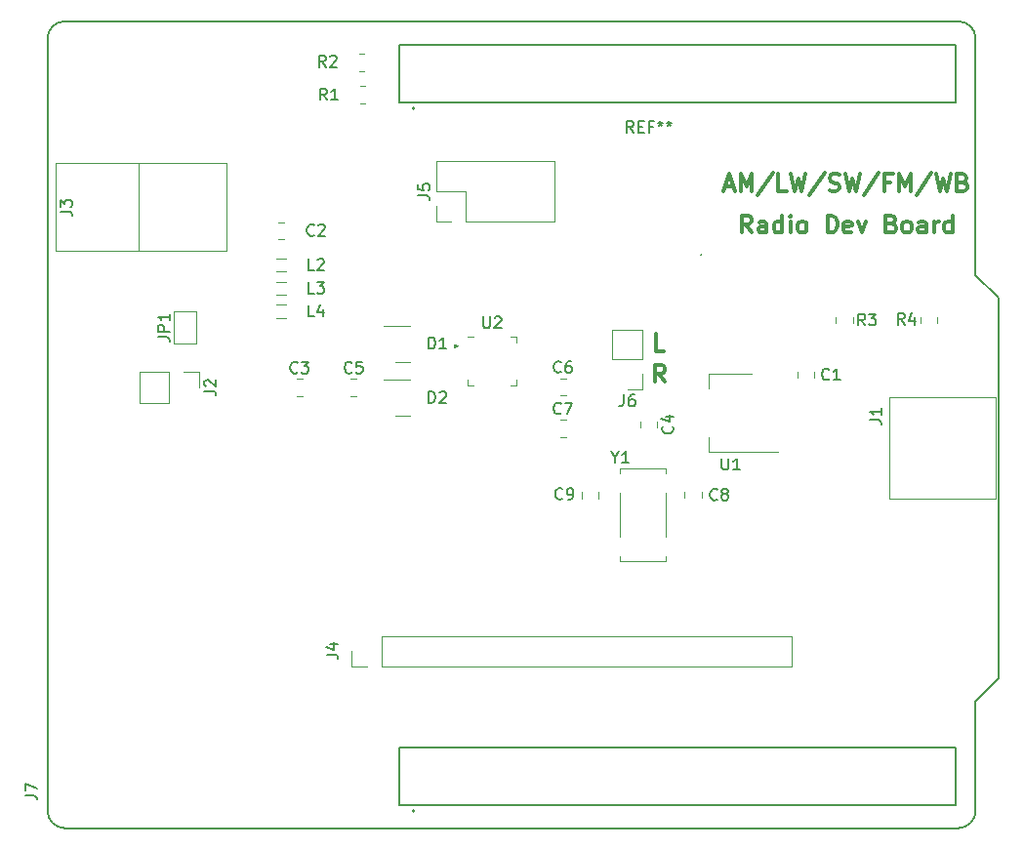
<source format=gbr>
%TF.GenerationSoftware,KiCad,Pcbnew,(6.0.4)*%
%TF.CreationDate,2022-11-04T05:35:43-04:00*%
%TF.ProjectId,SI4743 Breakout,53493437-3433-4204-9272-65616b6f7574,rev?*%
%TF.SameCoordinates,Original*%
%TF.FileFunction,Legend,Top*%
%TF.FilePolarity,Positive*%
%FSLAX46Y46*%
G04 Gerber Fmt 4.6, Leading zero omitted, Abs format (unit mm)*
G04 Created by KiCad (PCBNEW (6.0.4)) date 2022-11-04 05:35:43*
%MOMM*%
%LPD*%
G01*
G04 APERTURE LIST*
%ADD10C,0.300000*%
%ADD11C,0.150000*%
%ADD12C,0.120000*%
%ADD13C,0.127000*%
%ADD14C,0.200000*%
%ADD15C,0.010000*%
G04 APERTURE END LIST*
D10*
X155814285Y-66178571D02*
X155314285Y-65464285D01*
X154957142Y-66178571D02*
X154957142Y-64678571D01*
X155528571Y-64678571D01*
X155671428Y-64750000D01*
X155742857Y-64821428D01*
X155814285Y-64964285D01*
X155814285Y-65178571D01*
X155742857Y-65321428D01*
X155671428Y-65392857D01*
X155528571Y-65464285D01*
X154957142Y-65464285D01*
X157100000Y-66178571D02*
X157100000Y-65392857D01*
X157028571Y-65250000D01*
X156885714Y-65178571D01*
X156600000Y-65178571D01*
X156457142Y-65250000D01*
X157100000Y-66107142D02*
X156957142Y-66178571D01*
X156600000Y-66178571D01*
X156457142Y-66107142D01*
X156385714Y-65964285D01*
X156385714Y-65821428D01*
X156457142Y-65678571D01*
X156600000Y-65607142D01*
X156957142Y-65607142D01*
X157100000Y-65535714D01*
X158457142Y-66178571D02*
X158457142Y-64678571D01*
X158457142Y-66107142D02*
X158314285Y-66178571D01*
X158028571Y-66178571D01*
X157885714Y-66107142D01*
X157814285Y-66035714D01*
X157742857Y-65892857D01*
X157742857Y-65464285D01*
X157814285Y-65321428D01*
X157885714Y-65250000D01*
X158028571Y-65178571D01*
X158314285Y-65178571D01*
X158457142Y-65250000D01*
X159171428Y-66178571D02*
X159171428Y-65178571D01*
X159171428Y-64678571D02*
X159100000Y-64750000D01*
X159171428Y-64821428D01*
X159242857Y-64750000D01*
X159171428Y-64678571D01*
X159171428Y-64821428D01*
X160100000Y-66178571D02*
X159957142Y-66107142D01*
X159885714Y-66035714D01*
X159814285Y-65892857D01*
X159814285Y-65464285D01*
X159885714Y-65321428D01*
X159957142Y-65250000D01*
X160100000Y-65178571D01*
X160314285Y-65178571D01*
X160457142Y-65250000D01*
X160528571Y-65321428D01*
X160600000Y-65464285D01*
X160600000Y-65892857D01*
X160528571Y-66035714D01*
X160457142Y-66107142D01*
X160314285Y-66178571D01*
X160100000Y-66178571D01*
X162385714Y-66178571D02*
X162385714Y-64678571D01*
X162742857Y-64678571D01*
X162957142Y-64750000D01*
X163100000Y-64892857D01*
X163171428Y-65035714D01*
X163242857Y-65321428D01*
X163242857Y-65535714D01*
X163171428Y-65821428D01*
X163100000Y-65964285D01*
X162957142Y-66107142D01*
X162742857Y-66178571D01*
X162385714Y-66178571D01*
X164457142Y-66107142D02*
X164314285Y-66178571D01*
X164028571Y-66178571D01*
X163885714Y-66107142D01*
X163814285Y-65964285D01*
X163814285Y-65392857D01*
X163885714Y-65250000D01*
X164028571Y-65178571D01*
X164314285Y-65178571D01*
X164457142Y-65250000D01*
X164528571Y-65392857D01*
X164528571Y-65535714D01*
X163814285Y-65678571D01*
X165028571Y-65178571D02*
X165385714Y-66178571D01*
X165742857Y-65178571D01*
X167957142Y-65392857D02*
X168171428Y-65464285D01*
X168242857Y-65535714D01*
X168314285Y-65678571D01*
X168314285Y-65892857D01*
X168242857Y-66035714D01*
X168171428Y-66107142D01*
X168028571Y-66178571D01*
X167457142Y-66178571D01*
X167457142Y-64678571D01*
X167957142Y-64678571D01*
X168100000Y-64750000D01*
X168171428Y-64821428D01*
X168242857Y-64964285D01*
X168242857Y-65107142D01*
X168171428Y-65250000D01*
X168100000Y-65321428D01*
X167957142Y-65392857D01*
X167457142Y-65392857D01*
X169171428Y-66178571D02*
X169028571Y-66107142D01*
X168957142Y-66035714D01*
X168885714Y-65892857D01*
X168885714Y-65464285D01*
X168957142Y-65321428D01*
X169028571Y-65250000D01*
X169171428Y-65178571D01*
X169385714Y-65178571D01*
X169528571Y-65250000D01*
X169600000Y-65321428D01*
X169671428Y-65464285D01*
X169671428Y-65892857D01*
X169600000Y-66035714D01*
X169528571Y-66107142D01*
X169385714Y-66178571D01*
X169171428Y-66178571D01*
X170957142Y-66178571D02*
X170957142Y-65392857D01*
X170885714Y-65250000D01*
X170742857Y-65178571D01*
X170457142Y-65178571D01*
X170314285Y-65250000D01*
X170957142Y-66107142D02*
X170814285Y-66178571D01*
X170457142Y-66178571D01*
X170314285Y-66107142D01*
X170242857Y-65964285D01*
X170242857Y-65821428D01*
X170314285Y-65678571D01*
X170457142Y-65607142D01*
X170814285Y-65607142D01*
X170957142Y-65535714D01*
X171671428Y-66178571D02*
X171671428Y-65178571D01*
X171671428Y-65464285D02*
X171742857Y-65321428D01*
X171814285Y-65250000D01*
X171957142Y-65178571D01*
X172100000Y-65178571D01*
X173242857Y-66178571D02*
X173242857Y-64678571D01*
X173242857Y-66107142D02*
X173100000Y-66178571D01*
X172814285Y-66178571D01*
X172671428Y-66107142D01*
X172600000Y-66035714D01*
X172528571Y-65892857D01*
X172528571Y-65464285D01*
X172600000Y-65321428D01*
X172671428Y-65250000D01*
X172814285Y-65178571D01*
X173100000Y-65178571D01*
X173242857Y-65250000D01*
X153500000Y-62150000D02*
X154214285Y-62150000D01*
X153357142Y-62578571D02*
X153857142Y-61078571D01*
X154357142Y-62578571D01*
X154857142Y-62578571D02*
X154857142Y-61078571D01*
X155357142Y-62150000D01*
X155857142Y-61078571D01*
X155857142Y-62578571D01*
X157642857Y-61007142D02*
X156357142Y-62935714D01*
X158857142Y-62578571D02*
X158142857Y-62578571D01*
X158142857Y-61078571D01*
X159214285Y-61078571D02*
X159571428Y-62578571D01*
X159857142Y-61507142D01*
X160142857Y-62578571D01*
X160500000Y-61078571D01*
X162142857Y-61007142D02*
X160857142Y-62935714D01*
X162571428Y-62507142D02*
X162785714Y-62578571D01*
X163142857Y-62578571D01*
X163285714Y-62507142D01*
X163357142Y-62435714D01*
X163428571Y-62292857D01*
X163428571Y-62150000D01*
X163357142Y-62007142D01*
X163285714Y-61935714D01*
X163142857Y-61864285D01*
X162857142Y-61792857D01*
X162714285Y-61721428D01*
X162642857Y-61650000D01*
X162571428Y-61507142D01*
X162571428Y-61364285D01*
X162642857Y-61221428D01*
X162714285Y-61150000D01*
X162857142Y-61078571D01*
X163214285Y-61078571D01*
X163428571Y-61150000D01*
X163928571Y-61078571D02*
X164285714Y-62578571D01*
X164571428Y-61507142D01*
X164857142Y-62578571D01*
X165214285Y-61078571D01*
X166857142Y-61007142D02*
X165571428Y-62935714D01*
X167857142Y-61792857D02*
X167357142Y-61792857D01*
X167357142Y-62578571D02*
X167357142Y-61078571D01*
X168071428Y-61078571D01*
X168642857Y-62578571D02*
X168642857Y-61078571D01*
X169142857Y-62150000D01*
X169642857Y-61078571D01*
X169642857Y-62578571D01*
X171428571Y-61007142D02*
X170142857Y-62935714D01*
X171785714Y-61078571D02*
X172142857Y-62578571D01*
X172428571Y-61507142D01*
X172714285Y-62578571D01*
X173071428Y-61078571D01*
X174142857Y-61792857D02*
X174357142Y-61864285D01*
X174428571Y-61935714D01*
X174499999Y-62078571D01*
X174499999Y-62292857D01*
X174428571Y-62435714D01*
X174357142Y-62507142D01*
X174214285Y-62578571D01*
X173642857Y-62578571D01*
X173642857Y-61078571D01*
X174142857Y-61078571D01*
X174285714Y-61150000D01*
X174357142Y-61221428D01*
X174428571Y-61364285D01*
X174428571Y-61507142D01*
X174357142Y-61650000D01*
X174285714Y-61721428D01*
X174142857Y-61792857D01*
X173642857Y-61792857D01*
X148314285Y-79128571D02*
X147814285Y-78414285D01*
X147457142Y-79128571D02*
X147457142Y-77628571D01*
X148028571Y-77628571D01*
X148171428Y-77700000D01*
X148242857Y-77771428D01*
X148314285Y-77914285D01*
X148314285Y-78128571D01*
X148242857Y-78271428D01*
X148171428Y-78342857D01*
X148028571Y-78414285D01*
X147457142Y-78414285D01*
X148214285Y-76478571D02*
X147500000Y-76478571D01*
X147500000Y-74978571D01*
D11*
%TO.C,JP1*%
X104332380Y-75218333D02*
X105046666Y-75218333D01*
X105189523Y-75265952D01*
X105284761Y-75361190D01*
X105332380Y-75504047D01*
X105332380Y-75599285D01*
X105332380Y-74742142D02*
X104332380Y-74742142D01*
X104332380Y-74361190D01*
X104380000Y-74265952D01*
X104427619Y-74218333D01*
X104522857Y-74170714D01*
X104665714Y-74170714D01*
X104760952Y-74218333D01*
X104808571Y-74265952D01*
X104856190Y-74361190D01*
X104856190Y-74742142D01*
X105332380Y-73218333D02*
X105332380Y-73789761D01*
X105332380Y-73504047D02*
X104332380Y-73504047D01*
X104475238Y-73599285D01*
X104570476Y-73694523D01*
X104618095Y-73789761D01*
%TO.C,D1*%
X127811904Y-76252380D02*
X127811904Y-75252380D01*
X128050000Y-75252380D01*
X128192857Y-75300000D01*
X128288095Y-75395238D01*
X128335714Y-75490476D01*
X128383333Y-75680952D01*
X128383333Y-75823809D01*
X128335714Y-76014285D01*
X128288095Y-76109523D01*
X128192857Y-76204761D01*
X128050000Y-76252380D01*
X127811904Y-76252380D01*
X129335714Y-76252380D02*
X128764285Y-76252380D01*
X129050000Y-76252380D02*
X129050000Y-75252380D01*
X128954761Y-75395238D01*
X128859523Y-75490476D01*
X128764285Y-75538095D01*
%TO.C,D2*%
X127811904Y-80952380D02*
X127811904Y-79952380D01*
X128050000Y-79952380D01*
X128192857Y-80000000D01*
X128288095Y-80095238D01*
X128335714Y-80190476D01*
X128383333Y-80380952D01*
X128383333Y-80523809D01*
X128335714Y-80714285D01*
X128288095Y-80809523D01*
X128192857Y-80904761D01*
X128050000Y-80952380D01*
X127811904Y-80952380D01*
X128764285Y-80047619D02*
X128811904Y-80000000D01*
X128907142Y-79952380D01*
X129145238Y-79952380D01*
X129240476Y-80000000D01*
X129288095Y-80047619D01*
X129335714Y-80142857D01*
X129335714Y-80238095D01*
X129288095Y-80380952D01*
X128716666Y-80952380D01*
X129335714Y-80952380D01*
%TO.C,R3*%
X165653333Y-74212380D02*
X165320000Y-73736190D01*
X165081904Y-74212380D02*
X165081904Y-73212380D01*
X165462857Y-73212380D01*
X165558095Y-73260000D01*
X165605714Y-73307619D01*
X165653333Y-73402857D01*
X165653333Y-73545714D01*
X165605714Y-73640952D01*
X165558095Y-73688571D01*
X165462857Y-73736190D01*
X165081904Y-73736190D01*
X165986666Y-73212380D02*
X166605714Y-73212380D01*
X166272380Y-73593333D01*
X166415238Y-73593333D01*
X166510476Y-73640952D01*
X166558095Y-73688571D01*
X166605714Y-73783809D01*
X166605714Y-74021904D01*
X166558095Y-74117142D01*
X166510476Y-74164761D01*
X166415238Y-74212380D01*
X166129523Y-74212380D01*
X166034285Y-74164761D01*
X165986666Y-74117142D01*
%TO.C,C1*%
X162533333Y-78857142D02*
X162485714Y-78904761D01*
X162342857Y-78952380D01*
X162247619Y-78952380D01*
X162104761Y-78904761D01*
X162009523Y-78809523D01*
X161961904Y-78714285D01*
X161914285Y-78523809D01*
X161914285Y-78380952D01*
X161961904Y-78190476D01*
X162009523Y-78095238D01*
X162104761Y-78000000D01*
X162247619Y-77952380D01*
X162342857Y-77952380D01*
X162485714Y-78000000D01*
X162533333Y-78047619D01*
X163485714Y-78952380D02*
X162914285Y-78952380D01*
X163200000Y-78952380D02*
X163200000Y-77952380D01*
X163104761Y-78095238D01*
X163009523Y-78190476D01*
X162914285Y-78238095D01*
%TO.C,J7*%
X92817380Y-114988333D02*
X93531666Y-114988333D01*
X93674523Y-115035952D01*
X93769761Y-115131190D01*
X93817380Y-115274047D01*
X93817380Y-115369285D01*
X92817380Y-114607380D02*
X92817380Y-113940714D01*
X93817380Y-114369285D01*
%TO.C,J2*%
X108357380Y-79933333D02*
X109071666Y-79933333D01*
X109214523Y-79980952D01*
X109309761Y-80076190D01*
X109357380Y-80219047D01*
X109357380Y-80314285D01*
X108452619Y-79504761D02*
X108405000Y-79457142D01*
X108357380Y-79361904D01*
X108357380Y-79123809D01*
X108405000Y-79028571D01*
X108452619Y-78980952D01*
X108547857Y-78933333D01*
X108643095Y-78933333D01*
X108785952Y-78980952D01*
X109357380Y-79552380D01*
X109357380Y-78933333D01*
%TO.C,J1*%
X166082380Y-82413333D02*
X166796666Y-82413333D01*
X166939523Y-82460952D01*
X167034761Y-82556190D01*
X167082380Y-82699047D01*
X167082380Y-82794285D01*
X167082380Y-81413333D02*
X167082380Y-81984761D01*
X167082380Y-81699047D02*
X166082380Y-81699047D01*
X166225238Y-81794285D01*
X166320476Y-81889523D01*
X166368095Y-81984761D01*
%TO.C,U1*%
X153238095Y-85752380D02*
X153238095Y-86561904D01*
X153285714Y-86657142D01*
X153333333Y-86704761D01*
X153428571Y-86752380D01*
X153619047Y-86752380D01*
X153714285Y-86704761D01*
X153761904Y-86657142D01*
X153809523Y-86561904D01*
X153809523Y-85752380D01*
X154809523Y-86752380D02*
X154238095Y-86752380D01*
X154523809Y-86752380D02*
X154523809Y-85752380D01*
X154428571Y-85895238D01*
X154333333Y-85990476D01*
X154238095Y-86038095D01*
%TO.C,C7*%
X139283333Y-81827142D02*
X139235714Y-81874761D01*
X139092857Y-81922380D01*
X138997619Y-81922380D01*
X138854761Y-81874761D01*
X138759523Y-81779523D01*
X138711904Y-81684285D01*
X138664285Y-81493809D01*
X138664285Y-81350952D01*
X138711904Y-81160476D01*
X138759523Y-81065238D01*
X138854761Y-80970000D01*
X138997619Y-80922380D01*
X139092857Y-80922380D01*
X139235714Y-80970000D01*
X139283333Y-81017619D01*
X139616666Y-80922380D02*
X140283333Y-80922380D01*
X139854761Y-81922380D01*
%TO.C,C2*%
X117870833Y-66357142D02*
X117823214Y-66404761D01*
X117680357Y-66452380D01*
X117585119Y-66452380D01*
X117442261Y-66404761D01*
X117347023Y-66309523D01*
X117299404Y-66214285D01*
X117251785Y-66023809D01*
X117251785Y-65880952D01*
X117299404Y-65690476D01*
X117347023Y-65595238D01*
X117442261Y-65500000D01*
X117585119Y-65452380D01*
X117680357Y-65452380D01*
X117823214Y-65500000D01*
X117870833Y-65547619D01*
X118251785Y-65547619D02*
X118299404Y-65500000D01*
X118394642Y-65452380D01*
X118632738Y-65452380D01*
X118727976Y-65500000D01*
X118775595Y-65547619D01*
X118823214Y-65642857D01*
X118823214Y-65738095D01*
X118775595Y-65880952D01*
X118204166Y-66452380D01*
X118823214Y-66452380D01*
%TO.C,J4*%
X118952380Y-102783333D02*
X119666666Y-102783333D01*
X119809523Y-102830952D01*
X119904761Y-102926190D01*
X119952380Y-103069047D01*
X119952380Y-103164285D01*
X119285714Y-101878571D02*
X119952380Y-101878571D01*
X118904761Y-102116666D02*
X119619047Y-102354761D01*
X119619047Y-101735714D01*
%TO.C,J5*%
X126892380Y-62928333D02*
X127606666Y-62928333D01*
X127749523Y-62975952D01*
X127844761Y-63071190D01*
X127892380Y-63214047D01*
X127892380Y-63309285D01*
X126892380Y-61975952D02*
X126892380Y-62452142D01*
X127368571Y-62499761D01*
X127320952Y-62452142D01*
X127273333Y-62356904D01*
X127273333Y-62118809D01*
X127320952Y-62023571D01*
X127368571Y-61975952D01*
X127463809Y-61928333D01*
X127701904Y-61928333D01*
X127797142Y-61975952D01*
X127844761Y-62023571D01*
X127892380Y-62118809D01*
X127892380Y-62356904D01*
X127844761Y-62452142D01*
X127797142Y-62499761D01*
%TO.C,C9*%
X139413333Y-89227142D02*
X139365714Y-89274761D01*
X139222857Y-89322380D01*
X139127619Y-89322380D01*
X138984761Y-89274761D01*
X138889523Y-89179523D01*
X138841904Y-89084285D01*
X138794285Y-88893809D01*
X138794285Y-88750952D01*
X138841904Y-88560476D01*
X138889523Y-88465238D01*
X138984761Y-88370000D01*
X139127619Y-88322380D01*
X139222857Y-88322380D01*
X139365714Y-88370000D01*
X139413333Y-88417619D01*
X139889523Y-89322380D02*
X140080000Y-89322380D01*
X140175238Y-89274761D01*
X140222857Y-89227142D01*
X140318095Y-89084285D01*
X140365714Y-88893809D01*
X140365714Y-88512857D01*
X140318095Y-88417619D01*
X140270476Y-88370000D01*
X140175238Y-88322380D01*
X139984761Y-88322380D01*
X139889523Y-88370000D01*
X139841904Y-88417619D01*
X139794285Y-88512857D01*
X139794285Y-88750952D01*
X139841904Y-88846190D01*
X139889523Y-88893809D01*
X139984761Y-88941428D01*
X140175238Y-88941428D01*
X140270476Y-88893809D01*
X140318095Y-88846190D01*
X140365714Y-88750952D01*
%TO.C,R2*%
X118883333Y-51802380D02*
X118550000Y-51326190D01*
X118311904Y-51802380D02*
X118311904Y-50802380D01*
X118692857Y-50802380D01*
X118788095Y-50850000D01*
X118835714Y-50897619D01*
X118883333Y-50992857D01*
X118883333Y-51135714D01*
X118835714Y-51230952D01*
X118788095Y-51278571D01*
X118692857Y-51326190D01*
X118311904Y-51326190D01*
X119264285Y-50897619D02*
X119311904Y-50850000D01*
X119407142Y-50802380D01*
X119645238Y-50802380D01*
X119740476Y-50850000D01*
X119788095Y-50897619D01*
X119835714Y-50992857D01*
X119835714Y-51088095D01*
X119788095Y-51230952D01*
X119216666Y-51802380D01*
X119835714Y-51802380D01*
%TO.C,L3*%
X117870833Y-71452380D02*
X117394642Y-71452380D01*
X117394642Y-70452380D01*
X118108928Y-70452380D02*
X118727976Y-70452380D01*
X118394642Y-70833333D01*
X118537500Y-70833333D01*
X118632738Y-70880952D01*
X118680357Y-70928571D01*
X118727976Y-71023809D01*
X118727976Y-71261904D01*
X118680357Y-71357142D01*
X118632738Y-71404761D01*
X118537500Y-71452380D01*
X118251785Y-71452380D01*
X118156547Y-71404761D01*
X118108928Y-71357142D01*
%TO.C,L2*%
X117870833Y-69452380D02*
X117394642Y-69452380D01*
X117394642Y-68452380D01*
X118156547Y-68547619D02*
X118204166Y-68500000D01*
X118299404Y-68452380D01*
X118537500Y-68452380D01*
X118632738Y-68500000D01*
X118680357Y-68547619D01*
X118727976Y-68642857D01*
X118727976Y-68738095D01*
X118680357Y-68880952D01*
X118108928Y-69452380D01*
X118727976Y-69452380D01*
%TO.C,C5*%
X121133333Y-78277142D02*
X121085714Y-78324761D01*
X120942857Y-78372380D01*
X120847619Y-78372380D01*
X120704761Y-78324761D01*
X120609523Y-78229523D01*
X120561904Y-78134285D01*
X120514285Y-77943809D01*
X120514285Y-77800952D01*
X120561904Y-77610476D01*
X120609523Y-77515238D01*
X120704761Y-77420000D01*
X120847619Y-77372380D01*
X120942857Y-77372380D01*
X121085714Y-77420000D01*
X121133333Y-77467619D01*
X122038095Y-77372380D02*
X121561904Y-77372380D01*
X121514285Y-77848571D01*
X121561904Y-77800952D01*
X121657142Y-77753333D01*
X121895238Y-77753333D01*
X121990476Y-77800952D01*
X122038095Y-77848571D01*
X122085714Y-77943809D01*
X122085714Y-78181904D01*
X122038095Y-78277142D01*
X121990476Y-78324761D01*
X121895238Y-78372380D01*
X121657142Y-78372380D01*
X121561904Y-78324761D01*
X121514285Y-78277142D01*
%TO.C,U2*%
X132538095Y-73452380D02*
X132538095Y-74261904D01*
X132585714Y-74357142D01*
X132633333Y-74404761D01*
X132728571Y-74452380D01*
X132919047Y-74452380D01*
X133014285Y-74404761D01*
X133061904Y-74357142D01*
X133109523Y-74261904D01*
X133109523Y-73452380D01*
X133538095Y-73547619D02*
X133585714Y-73500000D01*
X133680952Y-73452380D01*
X133919047Y-73452380D01*
X134014285Y-73500000D01*
X134061904Y-73547619D01*
X134109523Y-73642857D01*
X134109523Y-73738095D01*
X134061904Y-73880952D01*
X133490476Y-74452380D01*
X134109523Y-74452380D01*
%TO.C,J3*%
X95852380Y-64333333D02*
X96566666Y-64333333D01*
X96709523Y-64380952D01*
X96804761Y-64476190D01*
X96852380Y-64619047D01*
X96852380Y-64714285D01*
X95852380Y-63952380D02*
X95852380Y-63333333D01*
X96233333Y-63666666D01*
X96233333Y-63523809D01*
X96280952Y-63428571D01*
X96328571Y-63380952D01*
X96423809Y-63333333D01*
X96661904Y-63333333D01*
X96757142Y-63380952D01*
X96804761Y-63428571D01*
X96852380Y-63523809D01*
X96852380Y-63809523D01*
X96804761Y-63904761D01*
X96757142Y-63952380D01*
%TO.C,REF\u002A\u002A*%
X145566666Y-57502380D02*
X145233333Y-57026190D01*
X144995238Y-57502380D02*
X144995238Y-56502380D01*
X145376190Y-56502380D01*
X145471428Y-56550000D01*
X145519047Y-56597619D01*
X145566666Y-56692857D01*
X145566666Y-56835714D01*
X145519047Y-56930952D01*
X145471428Y-56978571D01*
X145376190Y-57026190D01*
X144995238Y-57026190D01*
X145995238Y-56978571D02*
X146328571Y-56978571D01*
X146471428Y-57502380D02*
X145995238Y-57502380D01*
X145995238Y-56502380D01*
X146471428Y-56502380D01*
X147233333Y-56978571D02*
X146900000Y-56978571D01*
X146900000Y-57502380D02*
X146900000Y-56502380D01*
X147376190Y-56502380D01*
X147900000Y-56502380D02*
X147900000Y-56740476D01*
X147661904Y-56645238D02*
X147900000Y-56740476D01*
X148138095Y-56645238D01*
X147757142Y-56930952D02*
X147900000Y-56740476D01*
X148042857Y-56930952D01*
X148661904Y-56502380D02*
X148661904Y-56740476D01*
X148423809Y-56645238D02*
X148661904Y-56740476D01*
X148900000Y-56645238D01*
X148519047Y-56930952D02*
X148661904Y-56740476D01*
X148804761Y-56930952D01*
%TO.C,C6*%
X139283333Y-78227142D02*
X139235714Y-78274761D01*
X139092857Y-78322380D01*
X138997619Y-78322380D01*
X138854761Y-78274761D01*
X138759523Y-78179523D01*
X138711904Y-78084285D01*
X138664285Y-77893809D01*
X138664285Y-77750952D01*
X138711904Y-77560476D01*
X138759523Y-77465238D01*
X138854761Y-77370000D01*
X138997619Y-77322380D01*
X139092857Y-77322380D01*
X139235714Y-77370000D01*
X139283333Y-77417619D01*
X140140476Y-77322380D02*
X139950000Y-77322380D01*
X139854761Y-77370000D01*
X139807142Y-77417619D01*
X139711904Y-77560476D01*
X139664285Y-77750952D01*
X139664285Y-78131904D01*
X139711904Y-78227142D01*
X139759523Y-78274761D01*
X139854761Y-78322380D01*
X140045238Y-78322380D01*
X140140476Y-78274761D01*
X140188095Y-78227142D01*
X140235714Y-78131904D01*
X140235714Y-77893809D01*
X140188095Y-77798571D01*
X140140476Y-77750952D01*
X140045238Y-77703333D01*
X139854761Y-77703333D01*
X139759523Y-77750952D01*
X139711904Y-77798571D01*
X139664285Y-77893809D01*
%TO.C,R1*%
X118983333Y-54662380D02*
X118650000Y-54186190D01*
X118411904Y-54662380D02*
X118411904Y-53662380D01*
X118792857Y-53662380D01*
X118888095Y-53710000D01*
X118935714Y-53757619D01*
X118983333Y-53852857D01*
X118983333Y-53995714D01*
X118935714Y-54090952D01*
X118888095Y-54138571D01*
X118792857Y-54186190D01*
X118411904Y-54186190D01*
X119935714Y-54662380D02*
X119364285Y-54662380D01*
X119650000Y-54662380D02*
X119650000Y-53662380D01*
X119554761Y-53805238D01*
X119459523Y-53900476D01*
X119364285Y-53948095D01*
%TO.C,C3*%
X116433333Y-78277142D02*
X116385714Y-78324761D01*
X116242857Y-78372380D01*
X116147619Y-78372380D01*
X116004761Y-78324761D01*
X115909523Y-78229523D01*
X115861904Y-78134285D01*
X115814285Y-77943809D01*
X115814285Y-77800952D01*
X115861904Y-77610476D01*
X115909523Y-77515238D01*
X116004761Y-77420000D01*
X116147619Y-77372380D01*
X116242857Y-77372380D01*
X116385714Y-77420000D01*
X116433333Y-77467619D01*
X116766666Y-77372380D02*
X117385714Y-77372380D01*
X117052380Y-77753333D01*
X117195238Y-77753333D01*
X117290476Y-77800952D01*
X117338095Y-77848571D01*
X117385714Y-77943809D01*
X117385714Y-78181904D01*
X117338095Y-78277142D01*
X117290476Y-78324761D01*
X117195238Y-78372380D01*
X116909523Y-78372380D01*
X116814285Y-78324761D01*
X116766666Y-78277142D01*
%TO.C,R4*%
X169083333Y-74142380D02*
X168750000Y-73666190D01*
X168511904Y-74142380D02*
X168511904Y-73142380D01*
X168892857Y-73142380D01*
X168988095Y-73190000D01*
X169035714Y-73237619D01*
X169083333Y-73332857D01*
X169083333Y-73475714D01*
X169035714Y-73570952D01*
X168988095Y-73618571D01*
X168892857Y-73666190D01*
X168511904Y-73666190D01*
X169940476Y-73475714D02*
X169940476Y-74142380D01*
X169702380Y-73094761D02*
X169464285Y-73809047D01*
X170083333Y-73809047D01*
%TO.C,C8*%
X152833333Y-89297142D02*
X152785714Y-89344761D01*
X152642857Y-89392380D01*
X152547619Y-89392380D01*
X152404761Y-89344761D01*
X152309523Y-89249523D01*
X152261904Y-89154285D01*
X152214285Y-88963809D01*
X152214285Y-88820952D01*
X152261904Y-88630476D01*
X152309523Y-88535238D01*
X152404761Y-88440000D01*
X152547619Y-88392380D01*
X152642857Y-88392380D01*
X152785714Y-88440000D01*
X152833333Y-88487619D01*
X153404761Y-88820952D02*
X153309523Y-88773333D01*
X153261904Y-88725714D01*
X153214285Y-88630476D01*
X153214285Y-88582857D01*
X153261904Y-88487619D01*
X153309523Y-88440000D01*
X153404761Y-88392380D01*
X153595238Y-88392380D01*
X153690476Y-88440000D01*
X153738095Y-88487619D01*
X153785714Y-88582857D01*
X153785714Y-88630476D01*
X153738095Y-88725714D01*
X153690476Y-88773333D01*
X153595238Y-88820952D01*
X153404761Y-88820952D01*
X153309523Y-88868571D01*
X153261904Y-88916190D01*
X153214285Y-89011428D01*
X153214285Y-89201904D01*
X153261904Y-89297142D01*
X153309523Y-89344761D01*
X153404761Y-89392380D01*
X153595238Y-89392380D01*
X153690476Y-89344761D01*
X153738095Y-89297142D01*
X153785714Y-89201904D01*
X153785714Y-89011428D01*
X153738095Y-88916190D01*
X153690476Y-88868571D01*
X153595238Y-88820952D01*
%TO.C,L4*%
X117870833Y-73452380D02*
X117394642Y-73452380D01*
X117394642Y-72452380D01*
X118632738Y-72785714D02*
X118632738Y-73452380D01*
X118394642Y-72404761D02*
X118156547Y-73119047D01*
X118775595Y-73119047D01*
%TO.C,C4*%
X148937142Y-82966666D02*
X148984761Y-83014285D01*
X149032380Y-83157142D01*
X149032380Y-83252380D01*
X148984761Y-83395238D01*
X148889523Y-83490476D01*
X148794285Y-83538095D01*
X148603809Y-83585714D01*
X148460952Y-83585714D01*
X148270476Y-83538095D01*
X148175238Y-83490476D01*
X148080000Y-83395238D01*
X148032380Y-83252380D01*
X148032380Y-83157142D01*
X148080000Y-83014285D01*
X148127619Y-82966666D01*
X148365714Y-82109523D02*
X149032380Y-82109523D01*
X147984761Y-82347619D02*
X148699047Y-82585714D01*
X148699047Y-81966666D01*
%TO.C,Y1*%
X143973809Y-85656190D02*
X143973809Y-86132380D01*
X143640476Y-85132380D02*
X143973809Y-85656190D01*
X144307142Y-85132380D01*
X145164285Y-86132380D02*
X144592857Y-86132380D01*
X144878571Y-86132380D02*
X144878571Y-85132380D01*
X144783333Y-85275238D01*
X144688095Y-85370476D01*
X144592857Y-85418095D01*
%TO.C,J6*%
X144716666Y-80232380D02*
X144716666Y-80946666D01*
X144669047Y-81089523D01*
X144573809Y-81184761D01*
X144430952Y-81232380D01*
X144335714Y-81232380D01*
X145621428Y-80232380D02*
X145430952Y-80232380D01*
X145335714Y-80280000D01*
X145288095Y-80327619D01*
X145192857Y-80470476D01*
X145145238Y-80660952D01*
X145145238Y-81041904D01*
X145192857Y-81137142D01*
X145240476Y-81184761D01*
X145335714Y-81232380D01*
X145526190Y-81232380D01*
X145621428Y-81184761D01*
X145669047Y-81137142D01*
X145716666Y-81041904D01*
X145716666Y-80803809D01*
X145669047Y-80708571D01*
X145621428Y-80660952D01*
X145526190Y-80613333D01*
X145335714Y-80613333D01*
X145240476Y-80660952D01*
X145192857Y-80708571D01*
X145145238Y-80803809D01*
D12*
%TO.C,JP1*%
X107680000Y-75785000D02*
X105680000Y-75785000D01*
X107680000Y-72985000D02*
X107680000Y-75785000D01*
X105680000Y-72985000D02*
X107680000Y-72985000D01*
X105680000Y-75785000D02*
X105680000Y-72985000D01*
%TO.C,D1*%
X125550000Y-77360000D02*
X124900000Y-77360000D01*
X125550000Y-74240000D02*
X126200000Y-74240000D01*
X125550000Y-74240000D02*
X123875000Y-74240000D01*
X125550000Y-77360000D02*
X126200000Y-77360000D01*
%TO.C,D2*%
X125550000Y-82060000D02*
X126200000Y-82060000D01*
X125550000Y-78940000D02*
X123875000Y-78940000D01*
X125550000Y-78940000D02*
X126200000Y-78940000D01*
X125550000Y-82060000D02*
X124900000Y-82060000D01*
%TO.C,R3*%
X163115000Y-73542936D02*
X163115000Y-73997064D01*
X164585000Y-73542936D02*
X164585000Y-73997064D01*
%TO.C,C1*%
X161235000Y-78761252D02*
X161235000Y-78238748D01*
X159765000Y-78761252D02*
X159765000Y-78238748D01*
D13*
%TO.C,J7*%
X175250000Y-106830000D02*
X175250000Y-116330000D01*
X173750000Y-117830000D02*
X96250000Y-117830000D01*
X175250000Y-69830000D02*
X177250000Y-71830000D01*
X177250000Y-71830000D02*
X177250000Y-104830000D01*
X125220000Y-115810000D02*
X173480000Y-115810000D01*
X125220000Y-110810000D02*
X125220000Y-115810000D01*
X125220000Y-54850000D02*
X173480000Y-54850000D01*
X177250000Y-104830000D02*
X175250000Y-106830000D01*
X173480000Y-49850000D02*
X125220000Y-49850000D01*
X175250000Y-49330000D02*
X175250000Y-69830000D01*
X125220000Y-49850000D02*
X125220000Y-54850000D01*
X173480000Y-110810000D02*
X125220000Y-110810000D01*
X173480000Y-115810000D02*
X173480000Y-110810000D01*
X173480000Y-54850000D02*
X173480000Y-49850000D01*
X94750000Y-116330000D02*
X94750000Y-49330000D01*
X96250000Y-47830000D02*
X173750000Y-47830000D01*
X94750000Y-116330000D02*
G75*
G03*
X96250000Y-117830000I1500001J1D01*
G01*
X175250000Y-49330000D02*
G75*
G03*
X173750000Y-47830000I-1500000J0D01*
G01*
X173750000Y-117830000D02*
G75*
G03*
X175250000Y-116330000I-1J1500001D01*
G01*
X96250000Y-47830000D02*
G75*
G03*
X94750000Y-49330000I0J-1500000D01*
G01*
D14*
X126590000Y-116330000D02*
G75*
G03*
X126590000Y-116330000I-100000J0D01*
G01*
X126590000Y-55370000D02*
G75*
G03*
X126590000Y-55370000I-100000J0D01*
G01*
D12*
%TO.C,J2*%
X107905000Y-78270000D02*
X107905000Y-79600000D01*
X106575000Y-78270000D02*
X107905000Y-78270000D01*
X105305000Y-80930000D02*
X102705000Y-80930000D01*
X105305000Y-78270000D02*
X102705000Y-78270000D01*
X102705000Y-78270000D02*
X102705000Y-80930000D01*
X105305000Y-78270000D02*
X105305000Y-80930000D01*
%TO.C,J1*%
X167780000Y-80430000D02*
X176980000Y-80430000D01*
X167780000Y-89230000D02*
X167780000Y-84830000D01*
X167780000Y-84830000D02*
X167780000Y-80430000D01*
X176980000Y-89230000D02*
X176980000Y-80430000D01*
X167780000Y-89230000D02*
X176980000Y-89230000D01*
%TO.C,U1*%
X152090000Y-85210000D02*
X152090000Y-83950000D01*
X155850000Y-78390000D02*
X152090000Y-78390000D01*
X158100000Y-85210000D02*
X152090000Y-85210000D01*
X152090000Y-78390000D02*
X152090000Y-79650000D01*
%TO.C,C7*%
X139188748Y-82415000D02*
X139711252Y-82415000D01*
X139188748Y-83885000D02*
X139711252Y-83885000D01*
%TO.C,C2*%
X115298752Y-66735000D02*
X114776248Y-66735000D01*
X115298752Y-65265000D02*
X114776248Y-65265000D01*
%TO.C,J4*%
X122425000Y-103830000D02*
X121095000Y-103830000D01*
X123695000Y-103830000D02*
X123695000Y-101170000D01*
X123695000Y-103830000D02*
X159315000Y-103830000D01*
X121095000Y-103830000D02*
X121095000Y-102500000D01*
X159315000Y-103830000D02*
X159315000Y-101170000D01*
X123695000Y-101170000D02*
X159315000Y-101170000D01*
%TO.C,J5*%
X128440000Y-62595000D02*
X128440000Y-59995000D01*
X131040000Y-65195000D02*
X138720000Y-65195000D01*
X131040000Y-62595000D02*
X128440000Y-62595000D01*
X128440000Y-59995000D02*
X138720000Y-59995000D01*
X129770000Y-65195000D02*
X128440000Y-65195000D01*
X131040000Y-65195000D02*
X131040000Y-62595000D01*
X138720000Y-65195000D02*
X138720000Y-59995000D01*
X128440000Y-65195000D02*
X128440000Y-63865000D01*
%TO.C,C9*%
X141065000Y-88688748D02*
X141065000Y-89211252D01*
X142535000Y-88688748D02*
X142535000Y-89211252D01*
%TO.C,R2*%
X121782936Y-50685000D02*
X122237064Y-50685000D01*
X121782936Y-52155000D02*
X122237064Y-52155000D01*
%TO.C,L3*%
X115447742Y-71560000D02*
X114627258Y-71560000D01*
X115447742Y-70440000D02*
X114627258Y-70440000D01*
%TO.C,L2*%
X114627258Y-69560000D02*
X115447742Y-69560000D01*
X114627258Y-68440000D02*
X115447742Y-68440000D01*
%TO.C,C5*%
X121038748Y-80335000D02*
X121561252Y-80335000D01*
X121038748Y-78865000D02*
X121561252Y-78865000D01*
%TO.C,U2*%
X135410000Y-79410000D02*
X135410000Y-78935000D01*
X131665000Y-75190000D02*
X131190000Y-75190000D01*
X131665000Y-79410000D02*
X131190000Y-79410000D01*
X131190000Y-79410000D02*
X131190000Y-78935000D01*
X135410000Y-75190000D02*
X135410000Y-75665000D01*
X134935000Y-79410000D02*
X135410000Y-79410000D01*
X134935000Y-75190000D02*
X135410000Y-75190000D01*
G36*
X130300000Y-76000000D02*
G01*
X130000000Y-76100000D01*
X130000000Y-75900000D01*
X130300000Y-76000000D01*
G37*
X130300000Y-76000000D02*
X130000000Y-76100000D01*
X130000000Y-75900000D01*
X130300000Y-76000000D01*
%TO.C,J3*%
X110310000Y-60090000D02*
X95451000Y-60090000D01*
X95451000Y-60090000D02*
X95451000Y-67710000D01*
X110310000Y-67710000D02*
X95451000Y-67710000D01*
X102690000Y-67710000D02*
X110310000Y-67710000D01*
X110310000Y-67710000D02*
X110310000Y-60090000D01*
X110310000Y-60090000D02*
X102690000Y-60090000D01*
X102690000Y-60090000D02*
X102690000Y-67710000D01*
%TO.C,REF\u002A\u002A*%
G36*
X151400000Y-68050000D02*
G01*
X151387300Y-68062700D01*
X151374600Y-68050000D01*
X151387300Y-68037300D01*
X151400000Y-68050000D01*
G37*
D15*
X151400000Y-68050000D02*
X151387300Y-68062700D01*
X151374600Y-68050000D01*
X151387300Y-68037300D01*
X151400000Y-68050000D01*
D12*
%TO.C,C6*%
X139188748Y-78815000D02*
X139711252Y-78815000D01*
X139188748Y-80285000D02*
X139711252Y-80285000D01*
%TO.C,R1*%
X121832936Y-54945000D02*
X122287064Y-54945000D01*
X121832936Y-53475000D02*
X122287064Y-53475000D01*
%TO.C,C3*%
X116338748Y-80335000D02*
X116861252Y-80335000D01*
X116338748Y-78865000D02*
X116861252Y-78865000D01*
%TO.C,R4*%
X171905000Y-73542936D02*
X171905000Y-73997064D01*
X170435000Y-73542936D02*
X170435000Y-73997064D01*
%TO.C,C8*%
X151465000Y-88678748D02*
X151465000Y-89201252D01*
X149995000Y-88678748D02*
X149995000Y-89201252D01*
%TO.C,L4*%
X115447742Y-72440000D02*
X114627258Y-72440000D01*
X115447742Y-73560000D02*
X114627258Y-73560000D01*
%TO.C,C4*%
X146165000Y-82538748D02*
X146165000Y-83061252D01*
X147635000Y-82538748D02*
X147635000Y-83061252D01*
%TO.C,Y1*%
X144400000Y-88760000D02*
X144400000Y-92560000D01*
X148400000Y-86660000D02*
X148400000Y-87060000D01*
X148400000Y-86660000D02*
X144400000Y-86660000D01*
X144400000Y-94260000D02*
X144400000Y-94660000D01*
X148400000Y-88760000D02*
X148400000Y-92560000D01*
X148400000Y-94260000D02*
X148400000Y-94660000D01*
X144400000Y-86660000D02*
X144400000Y-87060000D01*
X148400000Y-94660000D02*
X148300000Y-94660000D01*
X144400000Y-94660000D02*
X148300000Y-94660000D01*
%TO.C,J6*%
X146380000Y-79780000D02*
X145050000Y-79780000D01*
X143720000Y-77180000D02*
X143720000Y-74580000D01*
X146380000Y-74580000D02*
X143720000Y-74580000D01*
X146380000Y-78450000D02*
X146380000Y-79780000D01*
X146380000Y-77180000D02*
X146380000Y-74580000D01*
X146380000Y-77180000D02*
X143720000Y-77180000D01*
%TD*%
M02*

</source>
